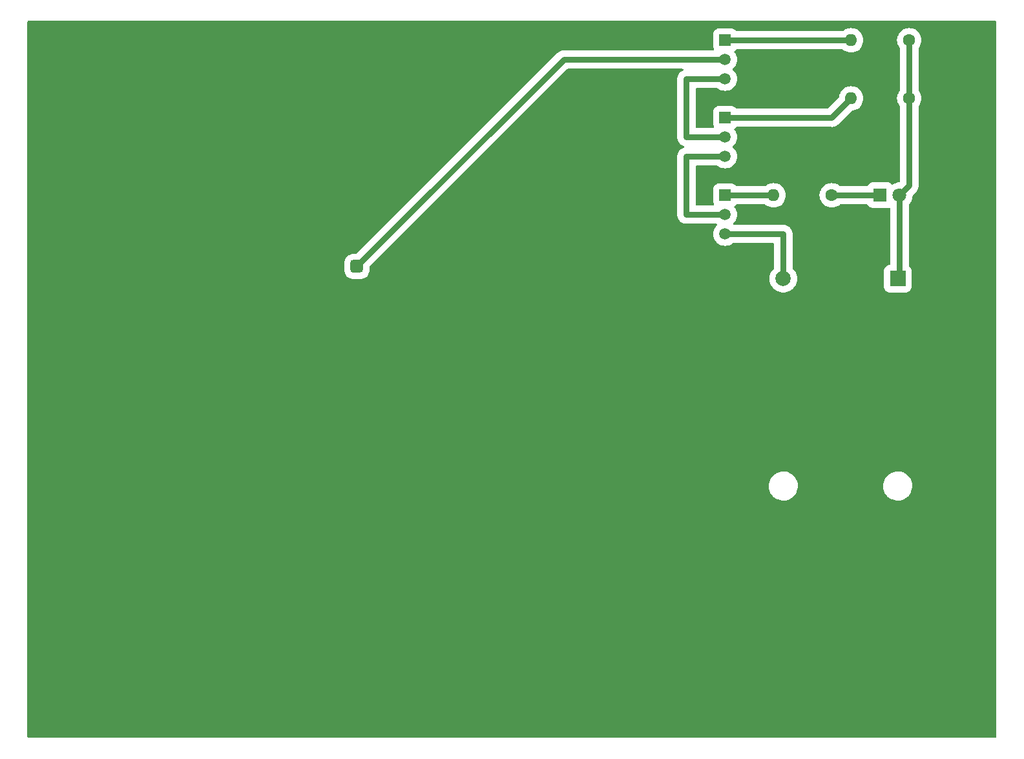
<source format=gbr>
%TF.GenerationSoftware,KiCad,Pcbnew,7.0.10*%
%TF.CreationDate,2025-04-25T09:19:07+02:00*%
%TF.ProjectId,Easy 2,45617379-2032-42e6-9b69-6361645f7063,1*%
%TF.SameCoordinates,Original*%
%TF.FileFunction,Copper,L1,Top*%
%TF.FilePolarity,Positive*%
%FSLAX46Y46*%
G04 Gerber Fmt 4.6, Leading zero omitted, Abs format (unit mm)*
G04 Created by KiCad (PCBNEW 7.0.10) date 2025-04-25 09:19:07*
%MOMM*%
%LPD*%
G01*
G04 APERTURE LIST*
G04 Aperture macros list*
%AMRoundRect*
0 Rectangle with rounded corners*
0 $1 Rounding radius*
0 $2 $3 $4 $5 $6 $7 $8 $9 X,Y pos of 4 corners*
0 Add a 4 corners polygon primitive as box body*
4,1,4,$2,$3,$4,$5,$6,$7,$8,$9,$2,$3,0*
0 Add four circle primitives for the rounded corners*
1,1,$1+$1,$2,$3*
1,1,$1+$1,$4,$5*
1,1,$1+$1,$6,$7*
1,1,$1+$1,$8,$9*
0 Add four rect primitives between the rounded corners*
20,1,$1+$1,$2,$3,$4,$5,0*
20,1,$1+$1,$4,$5,$6,$7,0*
20,1,$1+$1,$6,$7,$8,$9,0*
20,1,$1+$1,$8,$9,$2,$3,0*%
G04 Aperture macros list end*
%TA.AperFunction,ComponentPad*%
%ADD10RoundRect,0.425000X-0.425000X-0.425000X0.425000X-0.425000X0.425000X0.425000X-0.425000X0.425000X0*%
%TD*%
%TA.AperFunction,ComponentPad*%
%ADD11R,1.500000X1.500000*%
%TD*%
%TA.AperFunction,ComponentPad*%
%ADD12C,1.500000*%
%TD*%
%TA.AperFunction,ComponentPad*%
%ADD13C,1.600000*%
%TD*%
%TA.AperFunction,ComponentPad*%
%ADD14O,1.600000X1.600000*%
%TD*%
%TA.AperFunction,ComponentPad*%
%ADD15R,1.800000X1.800000*%
%TD*%
%TA.AperFunction,ComponentPad*%
%ADD16C,1.800000*%
%TD*%
%TA.AperFunction,ComponentPad*%
%ADD17R,2.000000X2.000000*%
%TD*%
%TA.AperFunction,ComponentPad*%
%ADD18C,2.000000*%
%TD*%
%TA.AperFunction,Conductor*%
%ADD19C,0.800000*%
%TD*%
G04 APERTURE END LIST*
D10*
%TO.P,ANT1,1,A*%
%TO.N,Net-(ANT1-A)*%
X132080000Y-95680000D03*
%TD*%
D11*
%TO.P,T3,1,C*%
%TO.N,Net-(T3-C)*%
X180340000Y-86360000D03*
D12*
%TO.P,T3,2,B*%
%TO.N,Net-(T2-E)*%
X180340000Y-88900000D03*
%TO.P,T3,3,E*%
%TO.N,Net-(BAT1--)*%
X180340000Y-91440000D03*
%TD*%
D11*
%TO.P,T2,1,C*%
%TO.N,Net-(T2-C)*%
X180340000Y-76200000D03*
D12*
%TO.P,T2,2,B*%
%TO.N,Net-(T1-E)*%
X180340000Y-78740000D03*
%TO.P,T2,3,E*%
%TO.N,Net-(T2-E)*%
X180340000Y-81280000D03*
%TD*%
D11*
%TO.P,T1,1,C*%
%TO.N,Net-(T1-C)*%
X180340000Y-66040000D03*
D12*
%TO.P,T1,2,B*%
%TO.N,Net-(ANT1-A)*%
X180340000Y-68580000D03*
%TO.P,T1,3,E*%
%TO.N,Net-(T1-E)*%
X180340000Y-71120000D03*
%TD*%
D13*
%TO.P,R3,1*%
%TO.N,Net-(D1-K)*%
X194310000Y-86360000D03*
D14*
%TO.P,R3,2*%
%TO.N,Net-(T3-C)*%
X186690000Y-86360000D03*
%TD*%
%TO.P,R2,2*%
%TO.N,Net-(T2-C)*%
X196850000Y-73660000D03*
D13*
%TO.P,R2,1*%
%TO.N,Net-(BAT1-+)*%
X204470000Y-73660000D03*
%TD*%
%TO.P,R1,1*%
%TO.N,Net-(BAT1-+)*%
X204470000Y-66040000D03*
D14*
%TO.P,R1,2*%
%TO.N,Net-(T1-C)*%
X196850000Y-66040000D03*
%TD*%
D15*
%TO.P,D1,1,K*%
%TO.N,Net-(D1-K)*%
X200660000Y-86360000D03*
D16*
%TO.P,D1,2,A*%
%TO.N,Net-(BAT1-+)*%
X203200000Y-86360000D03*
%TD*%
D17*
%TO.P,BAT1,1,+*%
%TO.N,Net-(BAT1-+)*%
X202950000Y-97295000D03*
D18*
%TO.P,BAT1,2,-*%
%TO.N,Net-(BAT1--)*%
X187960000Y-97295000D03*
%TD*%
D19*
%TO.N,Net-(BAT1--)*%
X187960000Y-91440000D02*
X187960000Y-97295000D01*
X180340000Y-91440000D02*
X187960000Y-91440000D01*
%TO.N,Net-(T2-E)*%
X175260000Y-88900000D02*
X180340000Y-88900000D01*
X175260000Y-81280000D02*
X175260000Y-88900000D01*
X180340000Y-81280000D02*
X175260000Y-81280000D01*
%TO.N,Net-(T3-C)*%
X186690000Y-86360000D02*
X180340000Y-86360000D01*
%TO.N,Net-(D1-K)*%
X200660000Y-86360000D02*
X194310000Y-86360000D01*
%TO.N,Net-(BAT1-+)*%
X203200000Y-97045000D02*
X202950000Y-97295000D01*
X203200000Y-86360000D02*
X203200000Y-97045000D01*
X204470000Y-85090000D02*
X203200000Y-86360000D01*
X204470000Y-73660000D02*
X204470000Y-85090000D01*
X204470000Y-66040000D02*
X204470000Y-73660000D01*
%TO.N,Net-(T2-C)*%
X180340000Y-76200000D02*
X194310000Y-76200000D01*
X194310000Y-76200000D02*
X196850000Y-73660000D01*
%TO.N,Net-(T1-E)*%
X175260000Y-78740000D02*
X180340000Y-78740000D01*
X175260000Y-71120000D02*
X175260000Y-78740000D01*
X180340000Y-71120000D02*
X175260000Y-71120000D01*
%TO.N,Net-(T1-C)*%
X180340000Y-66040000D02*
X196850000Y-66040000D01*
%TO.N,Net-(ANT1-A)*%
X159180000Y-68580000D02*
X180340000Y-68580000D01*
X132080000Y-95680000D02*
X159180000Y-68580000D01*
%TD*%
%TA.AperFunction,NonConductor*%
G36*
X215842539Y-63520185D02*
G01*
X215888294Y-63572989D01*
X215899500Y-63624500D01*
X215899500Y-157355500D01*
X215879815Y-157422539D01*
X215827011Y-157468294D01*
X215775500Y-157479500D01*
X89024500Y-157479500D01*
X88957461Y-157459815D01*
X88911706Y-157407011D01*
X88900500Y-157355500D01*
X88900500Y-124529594D01*
X186055686Y-124529594D01*
X186086114Y-124806125D01*
X186156478Y-125075272D01*
X186211726Y-125205283D01*
X186265284Y-125331314D01*
X186410205Y-125568776D01*
X186410212Y-125568786D01*
X186588161Y-125782616D01*
X186588167Y-125782621D01*
X186753918Y-125931133D01*
X186795357Y-125968263D01*
X187027373Y-126121763D01*
X187279267Y-126239846D01*
X187279274Y-126239848D01*
X187279276Y-126239849D01*
X187545657Y-126319992D01*
X187545664Y-126319993D01*
X187545669Y-126319995D01*
X187820901Y-126360500D01*
X187820906Y-126360500D01*
X188029461Y-126360500D01*
X188029463Y-126360500D01*
X188029467Y-126360499D01*
X188029481Y-126360499D01*
X188076953Y-126357024D01*
X188237455Y-126345277D01*
X188508997Y-126284788D01*
X188768838Y-126185408D01*
X189011440Y-126049253D01*
X189231632Y-125879226D01*
X189424722Y-125678951D01*
X189586593Y-125452696D01*
X189662580Y-125304900D01*
X189713790Y-125205298D01*
X189713794Y-125205288D01*
X189713797Y-125205283D01*
X189803621Y-124941986D01*
X189854152Y-124668416D01*
X189859226Y-124529594D01*
X201045686Y-124529594D01*
X201076114Y-124806125D01*
X201146478Y-125075272D01*
X201201726Y-125205283D01*
X201255284Y-125331314D01*
X201400205Y-125568776D01*
X201400212Y-125568786D01*
X201578161Y-125782616D01*
X201578167Y-125782621D01*
X201743918Y-125931133D01*
X201785357Y-125968263D01*
X202017373Y-126121763D01*
X202269267Y-126239846D01*
X202269274Y-126239848D01*
X202269276Y-126239849D01*
X202535657Y-126319992D01*
X202535664Y-126319993D01*
X202535669Y-126319995D01*
X202810901Y-126360500D01*
X202810906Y-126360500D01*
X203019461Y-126360500D01*
X203019463Y-126360500D01*
X203019467Y-126360499D01*
X203019481Y-126360499D01*
X203066953Y-126357024D01*
X203227455Y-126345277D01*
X203498997Y-126284788D01*
X203758838Y-126185408D01*
X204001440Y-126049253D01*
X204221632Y-125879226D01*
X204414722Y-125678951D01*
X204576593Y-125452696D01*
X204652580Y-125304900D01*
X204703790Y-125205298D01*
X204703794Y-125205288D01*
X204703797Y-125205283D01*
X204793621Y-124941986D01*
X204844152Y-124668416D01*
X204854313Y-124390404D01*
X204823886Y-124113876D01*
X204753520Y-123844724D01*
X204644716Y-123588686D01*
X204499792Y-123351219D01*
X204408112Y-123241053D01*
X204321838Y-123137383D01*
X204321832Y-123137378D01*
X204114643Y-122951737D01*
X203882629Y-122798238D01*
X203882627Y-122798237D01*
X203630733Y-122680154D01*
X203630728Y-122680152D01*
X203630723Y-122680150D01*
X203364342Y-122600007D01*
X203364328Y-122600004D01*
X203245565Y-122582526D01*
X203089099Y-122559500D01*
X202880537Y-122559500D01*
X202880518Y-122559500D01*
X202672545Y-122574723D01*
X202672535Y-122574724D01*
X202401007Y-122635210D01*
X202400997Y-122635213D01*
X202141161Y-122734592D01*
X201898561Y-122870746D01*
X201898556Y-122870749D01*
X201678369Y-123040772D01*
X201678359Y-123040781D01*
X201485281Y-123241045D01*
X201485274Y-123241053D01*
X201323412Y-123467295D01*
X201323405Y-123467307D01*
X201196209Y-123714701D01*
X201196205Y-123714711D01*
X201106379Y-123978012D01*
X201106378Y-123978018D01*
X201055848Y-124251584D01*
X201055847Y-124251591D01*
X201045686Y-124529594D01*
X189859226Y-124529594D01*
X189864313Y-124390404D01*
X189833886Y-124113876D01*
X189763520Y-123844724D01*
X189654716Y-123588686D01*
X189509792Y-123351219D01*
X189418112Y-123241053D01*
X189331838Y-123137383D01*
X189331832Y-123137378D01*
X189124643Y-122951737D01*
X188892629Y-122798238D01*
X188892627Y-122798237D01*
X188640733Y-122680154D01*
X188640728Y-122680152D01*
X188640723Y-122680150D01*
X188374342Y-122600007D01*
X188374328Y-122600004D01*
X188255565Y-122582526D01*
X188099099Y-122559500D01*
X187890537Y-122559500D01*
X187890518Y-122559500D01*
X187682545Y-122574723D01*
X187682535Y-122574724D01*
X187411007Y-122635210D01*
X187410997Y-122635213D01*
X187151161Y-122734592D01*
X186908561Y-122870746D01*
X186908556Y-122870749D01*
X186688369Y-123040772D01*
X186688359Y-123040781D01*
X186495281Y-123241045D01*
X186495274Y-123241053D01*
X186333412Y-123467295D01*
X186333405Y-123467307D01*
X186206209Y-123714701D01*
X186206205Y-123714711D01*
X186116379Y-123978012D01*
X186116378Y-123978018D01*
X186065848Y-124251584D01*
X186065847Y-124251591D01*
X186055686Y-124529594D01*
X88900500Y-124529594D01*
X88900500Y-96167924D01*
X130429500Y-96167924D01*
X130429501Y-96167939D01*
X130439696Y-96297484D01*
X130493596Y-96511395D01*
X130584826Y-96712243D01*
X130710449Y-96893568D01*
X130866431Y-97049550D01*
X131047756Y-97175173D01*
X131047757Y-97175173D01*
X131047761Y-97175176D01*
X131181875Y-97236093D01*
X131248604Y-97266403D01*
X131248605Y-97266403D01*
X131248607Y-97266404D01*
X131462515Y-97320304D01*
X131592067Y-97330500D01*
X132567932Y-97330499D01*
X132697485Y-97320304D01*
X132911393Y-97266404D01*
X133112239Y-97175176D01*
X133293567Y-97049551D01*
X133449551Y-96893567D01*
X133575176Y-96712239D01*
X133666404Y-96511393D01*
X133720304Y-96297485D01*
X133730500Y-96167933D01*
X133730499Y-95778623D01*
X133750183Y-95711585D01*
X133766813Y-95690948D01*
X159640945Y-69816819D01*
X159702268Y-69783334D01*
X159728626Y-69780500D01*
X174729578Y-69780500D01*
X174796617Y-69800185D01*
X174842372Y-69852989D01*
X174852316Y-69922147D01*
X174823291Y-69985703D01*
X174784825Y-70015512D01*
X174779679Y-70018073D01*
X174769231Y-70022686D01*
X174730276Y-70037778D01*
X174722599Y-70040753D01*
X174722597Y-70040754D01*
X174722593Y-70040756D01*
X174680078Y-70067079D01*
X174670079Y-70072649D01*
X174625310Y-70094942D01*
X174585397Y-70125082D01*
X174575956Y-70131549D01*
X174554696Y-70144713D01*
X174533439Y-70157875D01*
X174496482Y-70191566D01*
X174487673Y-70198881D01*
X174447757Y-70229024D01*
X174414071Y-70265976D01*
X174405976Y-70274071D01*
X174369024Y-70307757D01*
X174338881Y-70347673D01*
X174331566Y-70356482D01*
X174297875Y-70393439D01*
X174271553Y-70435951D01*
X174265082Y-70445397D01*
X174234942Y-70485310D01*
X174212649Y-70530079D01*
X174207079Y-70540078D01*
X174180756Y-70582593D01*
X174180752Y-70582602D01*
X174162686Y-70629231D01*
X174158063Y-70639700D01*
X174135773Y-70684466D01*
X174135769Y-70684477D01*
X174122082Y-70732578D01*
X174118444Y-70743432D01*
X174100385Y-70790049D01*
X174100380Y-70790064D01*
X174091194Y-70839206D01*
X174088573Y-70850350D01*
X174074886Y-70898458D01*
X174074884Y-70898466D01*
X174070269Y-70948265D01*
X174068687Y-70959601D01*
X174059500Y-71008751D01*
X174059500Y-78851248D01*
X174068687Y-78900399D01*
X174070269Y-78911735D01*
X174074884Y-78961533D01*
X174074886Y-78961540D01*
X174088573Y-79009649D01*
X174091194Y-79020794D01*
X174100380Y-79069933D01*
X174100382Y-79069941D01*
X174118445Y-79116566D01*
X174122084Y-79127424D01*
X174135772Y-79175532D01*
X174158061Y-79220293D01*
X174162687Y-79230768D01*
X174180754Y-79277403D01*
X174207079Y-79319921D01*
X174212648Y-79329920D01*
X174234942Y-79374689D01*
X174265078Y-79414596D01*
X174271550Y-79424044D01*
X174297877Y-79466563D01*
X174331562Y-79503514D01*
X174338879Y-79512325D01*
X174369017Y-79552234D01*
X174405981Y-79585932D01*
X174414069Y-79594020D01*
X174447764Y-79630981D01*
X174447765Y-79630982D01*
X174487673Y-79661119D01*
X174496481Y-79668433D01*
X174533438Y-79702124D01*
X174575968Y-79728457D01*
X174585398Y-79734917D01*
X174625311Y-79765058D01*
X174625312Y-79765058D01*
X174625316Y-79765061D01*
X174670078Y-79787350D01*
X174680075Y-79792918D01*
X174722599Y-79819247D01*
X174722603Y-79819248D01*
X174722604Y-79819249D01*
X174769228Y-79837311D01*
X174779701Y-79841935D01*
X174824472Y-79864229D01*
X174872578Y-79877916D01*
X174883426Y-79881551D01*
X174916523Y-79894373D01*
X174971922Y-79936945D01*
X174995513Y-80002712D01*
X174979802Y-80070792D01*
X174929778Y-80119571D01*
X174916521Y-80125626D01*
X174883434Y-80138444D01*
X174872578Y-80142082D01*
X174824477Y-80155769D01*
X174824466Y-80155773D01*
X174779700Y-80178063D01*
X174769231Y-80182686D01*
X174730276Y-80197778D01*
X174722599Y-80200753D01*
X174722597Y-80200754D01*
X174722593Y-80200756D01*
X174680078Y-80227079D01*
X174670079Y-80232649D01*
X174625310Y-80254942D01*
X174585397Y-80285082D01*
X174575956Y-80291549D01*
X174554696Y-80304713D01*
X174533439Y-80317875D01*
X174496482Y-80351566D01*
X174487673Y-80358881D01*
X174447757Y-80389024D01*
X174414071Y-80425976D01*
X174405976Y-80434071D01*
X174369024Y-80467757D01*
X174338881Y-80507673D01*
X174331566Y-80516482D01*
X174297875Y-80553439D01*
X174271553Y-80595951D01*
X174265082Y-80605397D01*
X174234942Y-80645310D01*
X174212649Y-80690079D01*
X174207079Y-80700078D01*
X174180756Y-80742593D01*
X174180752Y-80742602D01*
X174162686Y-80789231D01*
X174158063Y-80799700D01*
X174135773Y-80844466D01*
X174135769Y-80844477D01*
X174122082Y-80892578D01*
X174118444Y-80903432D01*
X174100385Y-80950049D01*
X174100380Y-80950064D01*
X174091194Y-80999206D01*
X174088573Y-81010350D01*
X174074886Y-81058458D01*
X174074884Y-81058466D01*
X174070269Y-81108265D01*
X174068687Y-81119601D01*
X174059500Y-81168751D01*
X174059500Y-89011248D01*
X174068687Y-89060399D01*
X174070269Y-89071735D01*
X174074884Y-89121533D01*
X174074886Y-89121540D01*
X174088573Y-89169649D01*
X174091194Y-89180794D01*
X174100380Y-89229933D01*
X174100382Y-89229941D01*
X174118445Y-89276566D01*
X174122084Y-89287424D01*
X174135772Y-89335532D01*
X174158061Y-89380293D01*
X174162687Y-89390768D01*
X174180754Y-89437403D01*
X174207079Y-89479921D01*
X174212648Y-89489920D01*
X174234942Y-89534689D01*
X174265078Y-89574596D01*
X174271550Y-89584044D01*
X174297877Y-89626563D01*
X174331562Y-89663514D01*
X174338879Y-89672325D01*
X174369017Y-89712234D01*
X174405981Y-89745932D01*
X174414069Y-89754020D01*
X174447764Y-89790981D01*
X174447765Y-89790982D01*
X174487673Y-89821119D01*
X174496481Y-89828433D01*
X174533438Y-89862124D01*
X174575968Y-89888457D01*
X174585398Y-89894917D01*
X174625311Y-89925058D01*
X174625312Y-89925058D01*
X174625316Y-89925061D01*
X174670078Y-89947350D01*
X174680075Y-89952918D01*
X174722599Y-89979247D01*
X174722603Y-89979248D01*
X174722604Y-89979249D01*
X174769228Y-89997311D01*
X174779701Y-90001935D01*
X174824472Y-90024229D01*
X174872578Y-90037916D01*
X174883439Y-90041557D01*
X174923201Y-90056960D01*
X174930060Y-90059618D01*
X174979229Y-90068809D01*
X174990338Y-90071421D01*
X175038464Y-90085115D01*
X175088262Y-90089729D01*
X175099600Y-90091311D01*
X175134597Y-90097853D01*
X175148757Y-90100500D01*
X175204497Y-90100500D01*
X179184825Y-90100500D01*
X179251864Y-90120185D01*
X179297619Y-90172989D01*
X179307563Y-90242147D01*
X179278538Y-90305703D01*
X179265357Y-90318790D01*
X179240241Y-90340241D01*
X179081738Y-90525823D01*
X179081737Y-90525826D01*
X178954222Y-90733910D01*
X178860830Y-90959380D01*
X178803853Y-91196702D01*
X178784706Y-91440000D01*
X178803853Y-91683297D01*
X178860830Y-91920619D01*
X178954222Y-92146089D01*
X179081737Y-92354173D01*
X179081738Y-92354176D01*
X179081741Y-92354179D01*
X179240241Y-92539759D01*
X179381242Y-92660185D01*
X179425823Y-92698261D01*
X179425826Y-92698262D01*
X179633910Y-92825777D01*
X179859381Y-92919169D01*
X179859378Y-92919169D01*
X179859384Y-92919170D01*
X179859388Y-92919172D01*
X180096698Y-92976146D01*
X180340000Y-92995294D01*
X180583302Y-92976146D01*
X180820612Y-92919172D01*
X181046089Y-92825777D01*
X181254179Y-92698259D01*
X181287021Y-92670208D01*
X181350782Y-92641639D01*
X181367552Y-92640500D01*
X186635500Y-92640500D01*
X186702539Y-92660185D01*
X186748294Y-92712989D01*
X186759500Y-92764500D01*
X186759500Y-95898630D01*
X186739815Y-95965669D01*
X186719841Y-95989529D01*
X186636442Y-96066910D01*
X186468185Y-96277898D01*
X186333258Y-96511599D01*
X186333256Y-96511603D01*
X186234666Y-96762804D01*
X186234664Y-96762811D01*
X186174616Y-97025898D01*
X186154451Y-97294995D01*
X186154451Y-97295004D01*
X186174616Y-97564101D01*
X186234664Y-97827188D01*
X186234666Y-97827195D01*
X186333257Y-98078398D01*
X186468185Y-98312102D01*
X186597493Y-98474249D01*
X186636442Y-98523089D01*
X186767317Y-98644522D01*
X186834259Y-98706635D01*
X187057226Y-98858651D01*
X187300359Y-98975738D01*
X187558228Y-99055280D01*
X187558229Y-99055280D01*
X187558232Y-99055281D01*
X187825063Y-99095499D01*
X187825068Y-99095499D01*
X187825071Y-99095500D01*
X187825072Y-99095500D01*
X188094928Y-99095500D01*
X188094929Y-99095500D01*
X188094936Y-99095499D01*
X188361767Y-99055281D01*
X188361768Y-99055280D01*
X188361772Y-99055280D01*
X188619641Y-98975738D01*
X188862775Y-98858651D01*
X189085741Y-98706635D01*
X189283561Y-98523085D01*
X189451815Y-98312102D01*
X189586743Y-98078398D01*
X189685334Y-97827195D01*
X189745383Y-97564103D01*
X189765549Y-97295000D01*
X189756569Y-97175173D01*
X189747156Y-97049551D01*
X189745383Y-97025897D01*
X189685334Y-96762805D01*
X189586743Y-96511602D01*
X189451815Y-96277898D01*
X189283561Y-96066915D01*
X189283560Y-96066914D01*
X189283557Y-96066910D01*
X189200159Y-95989529D01*
X189164404Y-95929500D01*
X189160500Y-95898630D01*
X189160500Y-91328757D01*
X189160499Y-91328752D01*
X189151311Y-91279600D01*
X189149728Y-91268253D01*
X189145115Y-91218467D01*
X189145115Y-91218464D01*
X189131421Y-91170338D01*
X189128809Y-91159229D01*
X189119618Y-91110060D01*
X189101557Y-91063439D01*
X189097916Y-91052578D01*
X189084228Y-91004470D01*
X189061939Y-90959709D01*
X189057311Y-90949228D01*
X189039249Y-90902604D01*
X189039249Y-90902603D01*
X189012922Y-90860083D01*
X189007350Y-90850078D01*
X188985061Y-90805316D01*
X188985055Y-90805307D01*
X188954921Y-90765404D01*
X188948457Y-90755968D01*
X188922124Y-90713438D01*
X188888433Y-90676481D01*
X188881119Y-90667673D01*
X188850982Y-90627765D01*
X188850981Y-90627764D01*
X188814020Y-90594069D01*
X188805932Y-90585981D01*
X188772234Y-90549017D01*
X188732325Y-90518879D01*
X188723514Y-90511562D01*
X188686563Y-90477877D01*
X188686562Y-90477876D01*
X188644044Y-90451550D01*
X188634596Y-90445078D01*
X188594689Y-90414942D01*
X188549920Y-90392648D01*
X188539921Y-90387079D01*
X188497403Y-90360754D01*
X188497401Y-90360753D01*
X188450764Y-90342685D01*
X188440293Y-90338061D01*
X188395532Y-90315772D01*
X188347424Y-90302084D01*
X188336570Y-90298446D01*
X188318399Y-90291407D01*
X188289941Y-90280382D01*
X188289933Y-90280380D01*
X188240794Y-90271194D01*
X188229649Y-90268573D01*
X188181540Y-90254886D01*
X188181533Y-90254884D01*
X188131735Y-90250269D01*
X188120399Y-90248687D01*
X188071248Y-90239500D01*
X188071243Y-90239500D01*
X188015503Y-90239500D01*
X181495175Y-90239500D01*
X181428136Y-90219815D01*
X181382381Y-90167011D01*
X181372437Y-90097853D01*
X181401462Y-90034297D01*
X181414643Y-90021210D01*
X181439759Y-89999759D01*
X181598259Y-89814179D01*
X181725777Y-89606089D01*
X181819172Y-89380612D01*
X181876146Y-89143302D01*
X181895294Y-88900000D01*
X181876146Y-88656698D01*
X181819172Y-88419388D01*
X181725777Y-88193911D01*
X181725777Y-88193910D01*
X181598262Y-87985826D01*
X181598261Y-87985824D01*
X181598260Y-87985823D01*
X181598259Y-87985821D01*
X181552658Y-87932429D01*
X181524088Y-87868670D01*
X181534525Y-87799584D01*
X181580655Y-87747108D01*
X181592262Y-87739816D01*
X181719816Y-87612262D01*
X181719818Y-87612257D01*
X181723865Y-87607185D01*
X181781054Y-87567046D01*
X181820810Y-87560500D01*
X185585459Y-87560500D01*
X185652498Y-87580185D01*
X185665983Y-87590204D01*
X185746341Y-87658836D01*
X185746343Y-87658837D01*
X185746344Y-87658838D01*
X185746346Y-87658839D01*
X185961140Y-87790466D01*
X186149943Y-87868670D01*
X186193889Y-87886873D01*
X186438852Y-87945683D01*
X186690000Y-87965449D01*
X186941148Y-87945683D01*
X187186111Y-87886873D01*
X187418859Y-87790466D01*
X187633659Y-87658836D01*
X187825224Y-87495224D01*
X187988836Y-87303659D01*
X188120466Y-87088859D01*
X188216873Y-86856111D01*
X188275683Y-86611148D01*
X188295449Y-86360000D01*
X192704551Y-86360000D01*
X192724317Y-86611151D01*
X192783126Y-86856110D01*
X192879533Y-87088859D01*
X193011160Y-87303653D01*
X193011161Y-87303656D01*
X193011164Y-87303659D01*
X193174776Y-87495224D01*
X193308602Y-87609522D01*
X193366343Y-87658838D01*
X193366346Y-87658839D01*
X193581140Y-87790466D01*
X193769943Y-87868670D01*
X193813889Y-87886873D01*
X194058852Y-87945683D01*
X194310000Y-87965449D01*
X194561148Y-87945683D01*
X194806111Y-87886873D01*
X195038859Y-87790466D01*
X195253659Y-87658836D01*
X195334011Y-87590209D01*
X195397771Y-87561639D01*
X195414541Y-87560500D01*
X198934876Y-87560500D01*
X199001915Y-87580185D01*
X199039869Y-87618527D01*
X199130184Y-87762262D01*
X199257738Y-87889816D01*
X199320500Y-87929252D01*
X199378105Y-87965448D01*
X199410478Y-87985789D01*
X199580739Y-88045366D01*
X199580745Y-88045368D01*
X199580750Y-88045369D01*
X199671246Y-88055565D01*
X199715040Y-88060499D01*
X199715043Y-88060500D01*
X199715046Y-88060500D01*
X201604957Y-88060500D01*
X201604958Y-88060499D01*
X201672104Y-88052934D01*
X201739249Y-88045369D01*
X201739251Y-88045368D01*
X201739255Y-88045368D01*
X201739258Y-88045366D01*
X201739262Y-88045366D01*
X201834545Y-88012025D01*
X201904324Y-88008463D01*
X201964951Y-88043191D01*
X201997179Y-88105184D01*
X201999500Y-88129066D01*
X201999500Y-95373044D01*
X201979815Y-95440083D01*
X201927011Y-95485838D01*
X201889384Y-95496264D01*
X201770749Y-95509630D01*
X201770745Y-95509631D01*
X201600476Y-95569211D01*
X201447737Y-95665184D01*
X201320184Y-95792737D01*
X201224211Y-95945476D01*
X201164631Y-96115745D01*
X201164630Y-96115750D01*
X201149500Y-96250039D01*
X201149500Y-98339960D01*
X201164630Y-98474249D01*
X201164631Y-98474254D01*
X201224211Y-98644523D01*
X201263239Y-98706635D01*
X201320184Y-98797262D01*
X201447738Y-98924816D01*
X201600478Y-99020789D01*
X201770745Y-99080368D01*
X201770750Y-99080369D01*
X201861246Y-99090565D01*
X201905040Y-99095499D01*
X201905043Y-99095500D01*
X201905046Y-99095500D01*
X203994957Y-99095500D01*
X203994958Y-99095499D01*
X204062104Y-99087934D01*
X204129249Y-99080369D01*
X204129252Y-99080368D01*
X204129255Y-99080368D01*
X204299522Y-99020789D01*
X204452262Y-98924816D01*
X204579816Y-98797262D01*
X204675789Y-98644522D01*
X204735368Y-98474255D01*
X204750500Y-98339954D01*
X204750500Y-96250046D01*
X204735368Y-96115745D01*
X204675789Y-95945478D01*
X204665749Y-95929500D01*
X204579815Y-95792737D01*
X204452261Y-95665183D01*
X204447185Y-95661135D01*
X204407046Y-95603946D01*
X204400500Y-95564190D01*
X204400500Y-87619953D01*
X204420185Y-87552914D01*
X204440159Y-87529054D01*
X204450050Y-87519877D01*
X204608959Y-87320612D01*
X204736393Y-87099888D01*
X204829508Y-86862637D01*
X204886222Y-86614157D01*
X204902437Y-86397765D01*
X204927075Y-86332386D01*
X204938402Y-86319359D01*
X205297251Y-85960510D01*
X205301373Y-85956575D01*
X205360981Y-85902236D01*
X205409591Y-85837863D01*
X205413106Y-85833425D01*
X205464652Y-85771353D01*
X205474051Y-85754476D01*
X205483417Y-85740102D01*
X205495058Y-85724689D01*
X205495062Y-85724681D01*
X205531008Y-85652492D01*
X205533666Y-85647448D01*
X205572915Y-85576985D01*
X205579051Y-85558675D01*
X205585624Y-85542808D01*
X205594227Y-85525532D01*
X205594226Y-85525532D01*
X205594229Y-85525528D01*
X205616312Y-85447911D01*
X205617987Y-85442502D01*
X205643618Y-85366033D01*
X205646285Y-85346906D01*
X205649830Y-85330108D01*
X205655115Y-85311536D01*
X205662559Y-85231194D01*
X205663209Y-85225586D01*
X205674356Y-85145681D01*
X205670632Y-85065128D01*
X205670500Y-85059403D01*
X205670500Y-74764541D01*
X205690185Y-74697502D01*
X205700210Y-74684009D01*
X205768836Y-74603659D01*
X205900466Y-74388859D01*
X205996873Y-74156111D01*
X206055683Y-73911148D01*
X206075449Y-73660000D01*
X206055683Y-73408852D01*
X205996873Y-73163889D01*
X205900466Y-72931141D01*
X205900466Y-72931140D01*
X205768839Y-72716346D01*
X205768838Y-72716344D01*
X205768837Y-72716343D01*
X205768836Y-72716341D01*
X205700208Y-72635988D01*
X205671639Y-72572228D01*
X205670500Y-72555458D01*
X205670500Y-67144541D01*
X205690185Y-67077502D01*
X205700210Y-67064009D01*
X205768836Y-66983659D01*
X205900466Y-66768859D01*
X205996873Y-66536111D01*
X206055683Y-66291148D01*
X206075449Y-66040000D01*
X206055683Y-65788852D01*
X205996873Y-65543889D01*
X205900466Y-65311141D01*
X205900466Y-65311140D01*
X205768839Y-65096346D01*
X205768838Y-65096343D01*
X205635716Y-64940478D01*
X205605224Y-64904776D01*
X205468189Y-64787737D01*
X205413656Y-64741161D01*
X205413653Y-64741160D01*
X205198859Y-64609533D01*
X204966110Y-64513126D01*
X204721151Y-64454317D01*
X204470000Y-64434551D01*
X204218848Y-64454317D01*
X203973889Y-64513126D01*
X203741140Y-64609533D01*
X203526346Y-64741160D01*
X203526343Y-64741161D01*
X203334776Y-64904776D01*
X203171161Y-65096343D01*
X203171160Y-65096346D01*
X203039533Y-65311140D01*
X202943126Y-65543889D01*
X202884317Y-65788848D01*
X202864551Y-66040000D01*
X202884317Y-66291151D01*
X202943126Y-66536110D01*
X203039533Y-66768859D01*
X203171160Y-66983653D01*
X203171161Y-66983655D01*
X203239790Y-67064009D01*
X203268361Y-67127771D01*
X203269500Y-67144541D01*
X203269500Y-72555458D01*
X203249815Y-72622497D01*
X203239791Y-72635989D01*
X203171161Y-72716344D01*
X203171160Y-72716346D01*
X203039533Y-72931140D01*
X202943126Y-73163889D01*
X202884317Y-73408848D01*
X202864551Y-73660000D01*
X202884317Y-73911151D01*
X202943126Y-74156110D01*
X203039533Y-74388859D01*
X203171160Y-74603653D01*
X203171161Y-74603655D01*
X203171162Y-74603656D01*
X203171164Y-74603659D01*
X203223240Y-74664632D01*
X203239790Y-74684009D01*
X203268361Y-74747771D01*
X203269500Y-74764541D01*
X203269500Y-84535500D01*
X203249815Y-84602539D01*
X203197011Y-84648294D01*
X203145500Y-84659500D01*
X203072559Y-84659500D01*
X202915609Y-84683157D01*
X202820542Y-84697487D01*
X202820539Y-84697488D01*
X202820533Y-84697489D01*
X202576992Y-84772612D01*
X202347371Y-84883192D01*
X202347358Y-84883199D01*
X202294247Y-84919410D01*
X202227768Y-84940910D01*
X202160218Y-84923056D01*
X202136715Y-84904637D01*
X202062262Y-84830184D01*
X201909523Y-84734211D01*
X201739254Y-84674631D01*
X201739249Y-84674630D01*
X201604960Y-84659500D01*
X201604954Y-84659500D01*
X199715046Y-84659500D01*
X199715039Y-84659500D01*
X199580750Y-84674630D01*
X199580745Y-84674631D01*
X199410476Y-84734211D01*
X199257737Y-84830184D01*
X199130184Y-84957737D01*
X199039870Y-85101472D01*
X198987535Y-85147763D01*
X198934876Y-85159500D01*
X195414541Y-85159500D01*
X195347502Y-85139815D01*
X195334016Y-85129795D01*
X195253659Y-85061164D01*
X195253657Y-85061162D01*
X195253655Y-85061161D01*
X195253653Y-85061160D01*
X195038859Y-84929533D01*
X194806110Y-84833126D01*
X194561151Y-84774317D01*
X194310000Y-84754551D01*
X194058848Y-84774317D01*
X193813889Y-84833126D01*
X193581140Y-84929533D01*
X193366346Y-85061160D01*
X193366343Y-85061161D01*
X193174776Y-85224776D01*
X193011161Y-85416343D01*
X193011160Y-85416346D01*
X192879533Y-85631140D01*
X192783126Y-85863889D01*
X192724317Y-86108848D01*
X192704551Y-86360000D01*
X188295449Y-86360000D01*
X188275683Y-86108852D01*
X188216873Y-85863889D01*
X188204240Y-85833389D01*
X188120466Y-85631140D01*
X187988839Y-85416346D01*
X187988838Y-85416343D01*
X187855716Y-85260478D01*
X187825224Y-85224776D01*
X187680854Y-85101472D01*
X187633656Y-85061161D01*
X187633653Y-85061160D01*
X187418859Y-84929533D01*
X187186110Y-84833126D01*
X186941151Y-84774317D01*
X186690000Y-84754551D01*
X186438848Y-84774317D01*
X186193889Y-84833126D01*
X185961140Y-84929533D01*
X185746346Y-85061160D01*
X185746344Y-85061161D01*
X185718328Y-85085088D01*
X185665988Y-85129790D01*
X185602229Y-85158361D01*
X185585459Y-85159500D01*
X181820810Y-85159500D01*
X181753771Y-85139815D01*
X181723865Y-85112815D01*
X181719816Y-85107738D01*
X181592262Y-84980184D01*
X181439523Y-84884211D01*
X181269254Y-84824631D01*
X181269249Y-84824630D01*
X181134960Y-84809500D01*
X181134954Y-84809500D01*
X179545046Y-84809500D01*
X179545039Y-84809500D01*
X179410750Y-84824630D01*
X179410745Y-84824631D01*
X179240476Y-84884211D01*
X179087737Y-84980184D01*
X178960184Y-85107737D01*
X178864211Y-85260476D01*
X178804631Y-85430745D01*
X178804630Y-85430750D01*
X178789500Y-85565039D01*
X178789500Y-87154960D01*
X178804630Y-87289249D01*
X178804631Y-87289254D01*
X178864211Y-87459524D01*
X178895631Y-87509527D01*
X178914632Y-87576764D01*
X178894265Y-87643599D01*
X178840997Y-87688814D01*
X178790638Y-87699500D01*
X176584500Y-87699500D01*
X176517461Y-87679815D01*
X176471706Y-87627011D01*
X176460500Y-87575500D01*
X176460500Y-82604500D01*
X176480185Y-82537461D01*
X176532989Y-82491706D01*
X176584500Y-82480500D01*
X179312448Y-82480500D01*
X179379487Y-82500185D01*
X179392976Y-82510207D01*
X179425821Y-82538259D01*
X179425823Y-82538260D01*
X179425824Y-82538261D01*
X179425826Y-82538262D01*
X179633910Y-82665777D01*
X179859381Y-82759169D01*
X179859378Y-82759169D01*
X179859384Y-82759170D01*
X179859388Y-82759172D01*
X180096698Y-82816146D01*
X180340000Y-82835294D01*
X180583302Y-82816146D01*
X180820612Y-82759172D01*
X181046089Y-82665777D01*
X181254179Y-82538259D01*
X181439759Y-82379759D01*
X181598259Y-82194179D01*
X181725777Y-81986089D01*
X181819172Y-81760612D01*
X181876146Y-81523302D01*
X181895294Y-81280000D01*
X181876146Y-81036698D01*
X181819172Y-80799388D01*
X181795651Y-80742602D01*
X181725777Y-80573910D01*
X181598262Y-80365826D01*
X181598261Y-80365823D01*
X181532247Y-80288531D01*
X181439759Y-80180241D01*
X181439757Y-80180239D01*
X181439756Y-80180238D01*
X181350832Y-80104290D01*
X181312638Y-80045784D01*
X181312139Y-79975916D01*
X181349493Y-79916869D01*
X181350832Y-79915710D01*
X181411109Y-79864228D01*
X181439759Y-79839759D01*
X181598259Y-79654179D01*
X181725777Y-79446089D01*
X181819172Y-79220612D01*
X181876146Y-78983302D01*
X181895294Y-78740000D01*
X181876146Y-78496698D01*
X181819172Y-78259388D01*
X181725777Y-78033911D01*
X181725777Y-78033910D01*
X181598262Y-77825826D01*
X181598261Y-77825824D01*
X181598260Y-77825823D01*
X181598259Y-77825821D01*
X181552658Y-77772429D01*
X181524088Y-77708670D01*
X181534525Y-77639584D01*
X181580655Y-77587108D01*
X181592262Y-77579816D01*
X181719816Y-77452262D01*
X181719818Y-77452257D01*
X181723865Y-77447185D01*
X181781054Y-77407046D01*
X181820810Y-77400500D01*
X194279405Y-77400500D01*
X194285131Y-77400632D01*
X194365681Y-77404356D01*
X194445586Y-77393209D01*
X194451194Y-77392559D01*
X194531536Y-77385115D01*
X194550111Y-77379829D01*
X194566906Y-77376285D01*
X194586033Y-77373618D01*
X194662502Y-77347987D01*
X194667911Y-77346312D01*
X194745528Y-77324229D01*
X194762808Y-77315624D01*
X194778675Y-77309051D01*
X194796985Y-77302915D01*
X194867448Y-77263666D01*
X194872492Y-77261008D01*
X194944681Y-77225062D01*
X194944681Y-77225061D01*
X194944689Y-77225058D01*
X194960102Y-77213417D01*
X194974476Y-77204051D01*
X194991353Y-77194652D01*
X195053425Y-77143106D01*
X195057863Y-77139591D01*
X195122236Y-77090981D01*
X195176576Y-77031371D01*
X195180510Y-77027251D01*
X196917853Y-75289908D01*
X196979174Y-75256425D01*
X196995801Y-75253973D01*
X197101148Y-75245683D01*
X197346111Y-75186873D01*
X197578859Y-75090466D01*
X197793659Y-74958836D01*
X197985224Y-74795224D01*
X198148836Y-74603659D01*
X198280466Y-74388859D01*
X198376873Y-74156111D01*
X198435683Y-73911148D01*
X198455449Y-73660000D01*
X198435683Y-73408852D01*
X198376873Y-73163889D01*
X198280466Y-72931141D01*
X198280466Y-72931140D01*
X198148839Y-72716346D01*
X198148838Y-72716343D01*
X198111875Y-72673066D01*
X197985224Y-72524776D01*
X197858571Y-72416604D01*
X197793656Y-72361161D01*
X197793653Y-72361160D01*
X197578859Y-72229533D01*
X197346110Y-72133126D01*
X197101151Y-72074317D01*
X196850000Y-72054551D01*
X196598848Y-72074317D01*
X196353889Y-72133126D01*
X196121140Y-72229533D01*
X195906346Y-72361160D01*
X195906343Y-72361161D01*
X195714776Y-72524776D01*
X195551161Y-72716343D01*
X195551160Y-72716346D01*
X195419533Y-72931140D01*
X195323126Y-73163889D01*
X195266563Y-73399496D01*
X195264317Y-73408852D01*
X195257729Y-73492555D01*
X195256026Y-73514195D01*
X195231141Y-73579483D01*
X195220089Y-73592146D01*
X193849056Y-74963181D01*
X193787733Y-74996666D01*
X193761375Y-74999500D01*
X181820810Y-74999500D01*
X181753771Y-74979815D01*
X181723865Y-74952815D01*
X181719816Y-74947738D01*
X181592262Y-74820184D01*
X181439523Y-74724211D01*
X181269254Y-74664631D01*
X181269249Y-74664630D01*
X181134960Y-74649500D01*
X181134954Y-74649500D01*
X179545046Y-74649500D01*
X179545039Y-74649500D01*
X179410750Y-74664630D01*
X179410745Y-74664631D01*
X179240476Y-74724211D01*
X179087737Y-74820184D01*
X178960184Y-74947737D01*
X178864211Y-75100476D01*
X178804631Y-75270745D01*
X178804630Y-75270750D01*
X178789500Y-75405039D01*
X178789500Y-76994960D01*
X178804630Y-77129249D01*
X178804631Y-77129254D01*
X178864211Y-77299524D01*
X178895631Y-77349527D01*
X178914632Y-77416764D01*
X178894265Y-77483599D01*
X178840997Y-77528814D01*
X178790638Y-77539500D01*
X176584500Y-77539500D01*
X176517461Y-77519815D01*
X176471706Y-77467011D01*
X176460500Y-77415500D01*
X176460500Y-72444500D01*
X176480185Y-72377461D01*
X176532989Y-72331706D01*
X176584500Y-72320500D01*
X179312448Y-72320500D01*
X179379487Y-72340185D01*
X179392976Y-72350207D01*
X179425821Y-72378259D01*
X179425823Y-72378260D01*
X179425824Y-72378261D01*
X179425826Y-72378262D01*
X179633910Y-72505777D01*
X179859381Y-72599169D01*
X179859378Y-72599169D01*
X179859384Y-72599170D01*
X179859388Y-72599172D01*
X180096698Y-72656146D01*
X180340000Y-72675294D01*
X180583302Y-72656146D01*
X180820612Y-72599172D01*
X181046089Y-72505777D01*
X181254179Y-72378259D01*
X181439759Y-72219759D01*
X181598259Y-72034179D01*
X181725777Y-71826089D01*
X181819172Y-71600612D01*
X181876146Y-71363302D01*
X181895294Y-71120000D01*
X181876146Y-70876698D01*
X181819172Y-70639388D01*
X181795651Y-70582602D01*
X181725777Y-70413910D01*
X181598262Y-70205826D01*
X181598261Y-70205823D01*
X181532247Y-70128531D01*
X181439759Y-70020241D01*
X181439757Y-70020239D01*
X181439756Y-70020238D01*
X181350832Y-69944290D01*
X181312638Y-69885784D01*
X181312139Y-69815916D01*
X181349493Y-69756869D01*
X181350832Y-69755710D01*
X181382276Y-69728853D01*
X181439759Y-69679759D01*
X181598259Y-69494179D01*
X181725777Y-69286089D01*
X181819172Y-69060612D01*
X181876146Y-68823302D01*
X181895294Y-68580000D01*
X181876146Y-68336698D01*
X181819172Y-68099388D01*
X181725777Y-67873911D01*
X181725777Y-67873910D01*
X181598262Y-67665826D01*
X181598261Y-67665824D01*
X181598260Y-67665823D01*
X181598259Y-67665821D01*
X181552658Y-67612429D01*
X181524088Y-67548670D01*
X181534525Y-67479584D01*
X181580655Y-67427108D01*
X181592262Y-67419816D01*
X181719816Y-67292262D01*
X181719818Y-67292257D01*
X181723865Y-67287185D01*
X181781054Y-67247046D01*
X181820810Y-67240500D01*
X195745459Y-67240500D01*
X195812498Y-67260185D01*
X195825983Y-67270204D01*
X195906341Y-67338836D01*
X195906343Y-67338837D01*
X195906344Y-67338838D01*
X195906346Y-67338839D01*
X196121140Y-67470466D01*
X196353172Y-67566576D01*
X196353889Y-67566873D01*
X196598852Y-67625683D01*
X196850000Y-67645449D01*
X197101148Y-67625683D01*
X197346111Y-67566873D01*
X197578859Y-67470466D01*
X197793659Y-67338836D01*
X197985224Y-67175224D01*
X198148836Y-66983659D01*
X198280466Y-66768859D01*
X198376873Y-66536111D01*
X198435683Y-66291148D01*
X198455449Y-66040000D01*
X198435683Y-65788852D01*
X198376873Y-65543889D01*
X198280466Y-65311141D01*
X198280466Y-65311140D01*
X198148839Y-65096346D01*
X198148838Y-65096343D01*
X198015716Y-64940478D01*
X197985224Y-64904776D01*
X197848189Y-64787737D01*
X197793656Y-64741161D01*
X197793653Y-64741160D01*
X197578859Y-64609533D01*
X197346110Y-64513126D01*
X197101151Y-64454317D01*
X196850000Y-64434551D01*
X196598848Y-64454317D01*
X196353889Y-64513126D01*
X196121140Y-64609533D01*
X195906346Y-64741160D01*
X195906344Y-64741161D01*
X195878328Y-64765088D01*
X195825988Y-64809790D01*
X195762229Y-64838361D01*
X195745459Y-64839500D01*
X181820810Y-64839500D01*
X181753771Y-64819815D01*
X181723865Y-64792815D01*
X181719816Y-64787738D01*
X181592262Y-64660184D01*
X181439523Y-64564211D01*
X181269254Y-64504631D01*
X181269249Y-64504630D01*
X181134960Y-64489500D01*
X181134954Y-64489500D01*
X179545046Y-64489500D01*
X179545039Y-64489500D01*
X179410750Y-64504630D01*
X179410745Y-64504631D01*
X179240476Y-64564211D01*
X179087737Y-64660184D01*
X178960184Y-64787737D01*
X178864211Y-64940476D01*
X178804631Y-65110745D01*
X178804630Y-65110750D01*
X178789500Y-65245039D01*
X178789500Y-66834960D01*
X178804630Y-66969249D01*
X178804631Y-66969254D01*
X178864211Y-67139524D01*
X178895631Y-67189527D01*
X178914632Y-67256764D01*
X178894265Y-67323599D01*
X178840997Y-67368814D01*
X178790638Y-67379500D01*
X159210617Y-67379500D01*
X159204891Y-67379368D01*
X159202345Y-67379250D01*
X159124319Y-67375643D01*
X159124317Y-67375643D01*
X159124314Y-67375643D01*
X159044445Y-67386784D01*
X159038758Y-67387444D01*
X158958463Y-67394885D01*
X158958456Y-67394886D01*
X158939885Y-67400170D01*
X158923090Y-67403713D01*
X158903971Y-67406380D01*
X158903958Y-67406383D01*
X158827515Y-67432004D01*
X158822046Y-67433698D01*
X158744472Y-67455771D01*
X158744465Y-67455773D01*
X158727182Y-67464379D01*
X158711326Y-67470947D01*
X158693014Y-67477085D01*
X158622553Y-67516330D01*
X158617490Y-67518999D01*
X158545320Y-67554936D01*
X158545304Y-67554946D01*
X158529903Y-67566576D01*
X158515526Y-67575945D01*
X158498645Y-67585348D01*
X158436593Y-67636874D01*
X158432107Y-67640428D01*
X158367764Y-67689019D01*
X158367761Y-67689021D01*
X158313444Y-67748603D01*
X158309490Y-67752744D01*
X132069054Y-93993181D01*
X132007731Y-94026666D01*
X131981373Y-94029500D01*
X131592075Y-94029500D01*
X131592060Y-94029501D01*
X131462515Y-94039696D01*
X131248604Y-94093596D01*
X131047756Y-94184826D01*
X130866431Y-94310449D01*
X130710449Y-94466431D01*
X130584826Y-94647756D01*
X130493596Y-94848604D01*
X130439696Y-95062515D01*
X130429500Y-95192061D01*
X130429500Y-96167924D01*
X88900500Y-96167924D01*
X88900500Y-63624500D01*
X88920185Y-63557461D01*
X88972989Y-63511706D01*
X89024500Y-63500500D01*
X215775500Y-63500500D01*
X215842539Y-63520185D01*
G37*
%TD.AperFunction*%
M02*

</source>
